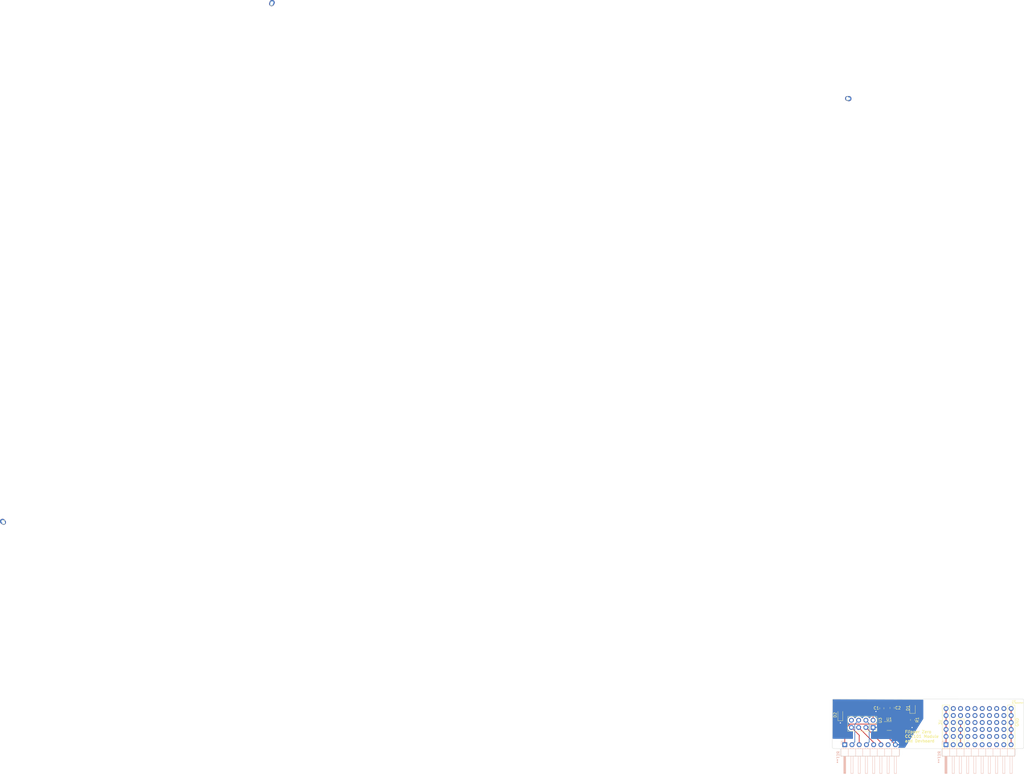
<source format=kicad_pcb>
(kicad_pcb (version 20221018) (generator pcbnew)
  (layers (0 "F.Cu" signal) (31 "B.Cu" signal) (34 "B.Paste" user) (35 "F.Paste" user) (36 "B.SilkS" user "B.Silkscreen") (37 "F.SilkS" user "F.Silkscreen") (38 "B.Mask" user) (39 "F.Mask" user) (44 "Edge.Cuts" user))
  (net 0 "")
  (net 1 "GND")
  (net 2 "VCC")
  (net 3 "Net-(D1-K)")
  (net 4 "/GDO0")
  (net 5 "/CSN")
  (net 6 "/SCK")
  (net 7 "/MOSI")
  (net 8 "/MISO")
  (footprint "Capacitor_SMD:C_0805_2012Metric_Pad1.18x1.45mm_HandSolder" (layer "F.Cu") (at 139.7136 94.0264 90)
    (fp_text reference "C2" (at 0 2.0752 180) (layer "F.SilkS"))
    (fp_text value "10uF" hide)
    (fp_line (start -0.261252 -0.735) (end 0.261252 -0.735) (stroke (width 0.12)) (layer "F.SilkS"))
    (fp_line (start -0.261252 0.735) (end 0.261252 0.735) (stroke (width 0.12)) (layer "F.SilkS"))
    (pad "1" smd roundrect (at -1.0375 0 90) (size 1.175 1.45) (layers "F.Cu" "F.Paste" "F.Mask") (roundrect_rratio 0.2127659574) (net 1 "GND"))
    (pad "2" smd roundrect (at 1.0375 0 90) (size 1.175 1.45) (layers "F.Cu" "F.Paste" "F.Mask") (roundrect_rratio 0.2127659574) (net 2 "VCC"))
  )
  (footprint "" (layer "F.Cu") (at 173.9136 101.5964)
    (fp_text reference "" (at 0 0) (layer "F.SilkS") (effects (font (size 1.27 1.27))))
    (fp_text value "" (at 0 0) (layer "F.SilkS") (effects (font (size 1.27 1.27))))
    (pad "" thru_hole oval (at 0 0 270) (size 1.7 1.7) (drill 1) (layers "*.Cu" "*.Mask"))
  )
  (footprint "" (layer "F.Cu") (at 158.6736 104.0464)
    (fp_text reference "" (at 0 0) (layer "F.SilkS") (effects (font (size 1.27 1.27))))
    (fp_text value "" (at 0 0) (layer "F.SilkS") (effects (font (size 1.27 1.27))))
    (pad "" thru_hole oval (at 0 0 270) (size 1.7 1.7) (drill 1) (layers "*.Cu" "*.Mask"))
  )
  (footprint "" (layer "F.Cu") (at 158.6736 99.1464)
    (fp_text reference "" (at 0 0) (layer "F.SilkS") (effects (font (size 1.27 1.27))))
    (fp_text value "" (at 0 0) (layer "F.SilkS") (effects (font (size 1.27 1.27))))
    (pad "" thru_hole oval (at 0 0 270) (size 1.7 1.7) (drill 1) (layers "*.Cu" "*.Mask"))
  )
  (footprint "" (layer "F.Cu") (at 176.4536 96.6964)
    (fp_text reference "" (at 0 0) (layer "F.SilkS") (effects (font (size 1.27 1.27))))
    (fp_text value "" (at 0 0) (layer "F.SilkS") (effects (font (size 1.27 1.27))))
    (pad "" thru_hole oval (at 0 0 270) (size 1.7 1.7) (drill 1) (layers "*.Cu" "*.Mask"))
  )
  (footprint "" (layer "F.Cu") (at 171.3736 104.0464)
    (fp_text reference "" (at 0 0) (layer "F.SilkS") (effects (font (size 1.27 1.27))))
    (fp_text value "" (at 0 0) (layer "F.SilkS") (effects (font (size 1.27 1.27))))
    (pad "" thru_hole oval (at 0 0 270) (size 1.7 1.7) (drill 1) (layers "*.Cu" "*.Mask"))
  )
  (footprint "" (layer "F.Cu") (at 158.6736 101.5964)
    (fp_text reference "" (at 0 0) (layer "F.SilkS") (effects (font (size 1.27 1.27))))
    (fp_text value "" (at 0 0) (layer "F.SilkS") (effects (font (size 1.27 1.27))))
    (pad "" thru_hole oval (at 0 0 270) (size 1.7 1.7) (drill 1) (layers "*.Cu" "*.Mask"))
  )
  (footprint "" (layer "F.Cu") (at 178.9936 99.1464)
    (fp_text reference "" (at 0 0) (layer "F.SilkS") (effects (font (size 1.27 1.27))))
    (fp_text value "" (at 0 0) (layer "F.SilkS") (effects (font (size 1.27 1.27))))
    (pad "" thru_hole oval (at 0 0 270) (size 1.7 1.7) (drill 1) (layers "*.Cu" "*.Mask"))
  )
  (footprint "" (layer "F.Cu") (at 176.4536 101.5964)
    (fp_text reference "" (at 0 0) (layer "F.SilkS") (effects (font (size 1.27 1.27))))
    (fp_text value "" (at 0 0) (layer "F.SilkS") (effects (font (size 1.27 1.27))))
    (pad "" thru_hole oval (at 0 0 270) (size 1.7 1.7) (drill 1) (layers "*.Cu" "*.Mask"))
  )
  (footprint "" (layer "F.Cu") (at 166.2936 99.1464)
    (fp_text reference "" (at 0 0) (layer "F.SilkS") (effects (font (size 1.27 1.27))))
    (fp_text value "" (at 0 0) (layer "F.SilkS") (effects (font (size 1.27 1.27))))
    (pad "" thru_hole oval (at 0 0 270) (size 1.7 1.7) (drill 1) (layers "*.Cu" "*.Mask"))
  )
  (footprint "" (layer "F.Cu") (at 166.2936 94.2464)
    (fp_text reference "" (at 0 0) (layer "F.SilkS") (effects (font (size 1.27 1.27))))
    (fp_text value "" (at 0 0) (layer "F.SilkS") (effects (font (size 1.27 1.27))))
    (pad "" thru_hole oval (at 0 0 270) (size 1.7 1.7) (drill 1) (layers "*.Cu" "*.Mask"))
  )
  (footprint "" (layer "F.Cu") (at 171.3736 96.6964)
    (fp_text reference "" (at 0 0) (layer "F.SilkS") (effects (font (size 1.27 1.27))))
    (fp_text value "" (at 0 0) (layer "F.SilkS") (effects (font (size 1.27 1.27))))
    (pad "" thru_hole oval (at 0 0 270) (size 1.7 1.7) (drill 1) (layers "*.Cu" "*.Mask"))
  )
  (footprint "" (layer "F.Cu") (at 166.2936 101.5964)
    (fp_text reference "" (at 0 0) (layer "F.SilkS") (effects (font (size 1.27 1.27))))
    (fp_text value "" (at 0 0) (layer "F.SilkS") (effects (font (size 1.27 1.27))))
    (pad "" thru_hole oval (at 0 0 270) (size 1.7 1.7) (drill 1) (layers "*.Cu" "*.Mask"))
  )
  (footprint "" (layer "F.Cu") (at 124.0649 -120.083457)
    (fp_text reference "1" (at 0 0) (layer "F.SilkS") (effects (font (size 1.27 1.27))))
    (fp_text value "" (at 0 0) (layer "F.SilkS") (effects (font (size 1.27 1.27))))
    (pad "" thru_hole oval (at 0 0 270) (size 1.7 1.7) (drill 1) (layers "*.Cu" "*.Mask"))
  )
  (footprint "" (layer "F.Cu") (at 161.2136 101.5964)
    (fp_text reference "" (at 0 0) (layer "F.SilkS") (effects (font (size 1.27 1.27))))
    (fp_text value "" (at 0 0) (layer "F.SilkS") (effects (font (size 1.27 1.27))))
    (pad "" thru_hole oval (at 0 0 270) (size 1.7 1.7) (drill 1) (layers "*.Cu" "*.Mask"))
  )
  (footprint "" (layer "F.Cu") (at 173.9136 99.1464)
    (fp_text reference "" (at 0 0) (layer "F.SilkS") (effects (font (size 1.27 1.27))))
    (fp_text value "" (at 0 0) (layer "F.SilkS") (effects (font (size 1.27 1.27))))
    (pad "" thru_hole oval (at 0 0 270) (size 1.7 1.7) (drill 1) (layers "*.Cu" "*.Mask"))
  )
  (footprint "" (layer "F.Cu") (at -172.446872 28.820941)
    (fp_text reference "3" (at 0 0) (layer "F.SilkS") (effects (font (size 1.27 1.27))))
    (fp_text value "" (at 0 0) (layer "F.SilkS") (effects (font (size 1.27 1.27))))
    (pad "" thru_hole oval (at 0 0 270) (size 1.7 1.7) (drill 1) (layers "*.Cu" "*.Mask"))
  )
  (footprint "" (layer "F.Cu") (at 176.4536 99.1464)
    (fp_text reference "" (at 0 0) (layer "F.SilkS") (effects (font (size 1.27 1.27))))
    (fp_text value "" (at 0 0) (layer "F.SilkS") (effects (font (size 1.27 1.27))))
    (pad "" thru_hole oval (at 0 0 270) (size 1.7 1.7) (drill 1) (layers "*.Cu" "*.Mask"))
  )
  (footprint "" (layer "F.Cu") (at 166.2936 96.6964)
    (fp_text reference "" (at 0 0) (layer "F.SilkS") (effects (font (size 1.27 1.27))))
    (fp_text value "" (at 0 0) (layer "F.SilkS") (effects (font (size 1.27 1.27))))
    (pad "" thru_hole oval (at 0 0 270) (size 1.7 1.7) (drill 1) (layers "*.Cu" "*.Mask"))
  )
  (footprint "" (layer "F.Cu") (at 161.2136 96.6964)
    (fp_text reference "" (at 0 0) (layer "F.SilkS") (effects (font (size 1.27 1.27))))
    (fp_text value "" (at 0 0) (layer "F.SilkS") (effects (font (size 1.27 1.27))))
    (pad "" thru_hole oval (at 0 0 270) (size 1.7 1.7) (drill 1) (layers "*.Cu" "*.Mask"))
  )
  (footprint "" (layer "F.Cu") (at 161.2136 104.0464)
    (fp_text reference "" (at 0 0) (layer "F.SilkS") (effects (font (size 1.27 1.27))))
    (fp_text value "" (at 0 0) (layer "F.SilkS") (effects (font (size 1.27 1.27))))
    (pad "" thru_hole oval (at 0 0 270) (size 1.7 1.7) (drill 1) (layers "*.Cu" "*.Mask"))
  )
  (footprint "" (layer "F.Cu") (at 173.9136 104.0464)
    (fp_text reference "" (at 0 0) (layer "F.SilkS") (effects (font (size 1.27 1.27))))
    (fp_text value "" (at 0 0) (layer "F.SilkS") (effects (font (size 1.27 1.27))))
    (pad "" thru_hole oval (at 0 0 270) (size 1.7 1.7) (drill 1) (layers "*.Cu" "*.Mask"))
  )
  (footprint "" (layer "F.Cu") (at 163.7536 96.6964)
    (fp_text reference "" (at 0 0) (layer "F.SilkS") (effects (font (size 1.27 1.27))))
    (fp_text value "" (at 0 0) (layer "F.SilkS") (effects (font (size 1.27 1.27))))
    (pad "" thru_hole oval (at 0 0 270) (size 1.7 1.7) (drill 1) (layers "*.Cu" "*.Mask"))
  )
  (footprint "" (layer "F.Cu") (at 181.5336 94.2464)
    (fp_text reference "" (at 0 0) (layer "F.SilkS") (effects (font (size 1.27 1.27))))
    (fp_text value "" (at 0 0) (layer "F.SilkS") (effects (font (size 1.27 1.27))))
    (pad "" thru_hole oval (at 0 0 270) (size 1.7 1.7) (drill 1) (layers "*.Cu" "*.Mask"))
  )
  (footprint "" (layer "F.Cu") (at 171.3736 99.1464)
    (fp_text reference "" (at 0 0) (layer "F.SilkS") (effects (font (size 1.27 1.27))))
    (fp_text value "" (at 0 0) (layer "F.SilkS") (effects (font (size 1.27 1.27))))
    (pad "" thru_hole oval (at 0 0 270) (size 1.7 1.7) (drill 1) (layers "*.Cu" "*.Mask"))
  )
  (footprint "" (layer "F.Cu") (at -78.283675 -153.345464)
    (fp_text reference "2" (at 0 0) (layer "F.SilkS") (effects (font (size 1.27 1.27))))
    (fp_text value "" (at 0 0) (layer "F.SilkS") (effects (font (size 1.27 1.27))))
    (pad "" thru_hole oval (at 0 0 270) (size 1.7 1.7) (drill 1) (layers "*.Cu" "*.Mask"))
  )
  (footprint "" (layer "F.Cu") (at 173.9136 94.2464)
    (fp_text reference "" (at 0 0) (layer "F.SilkS") (effects (font (size 1.27 1.27))))
    (fp_text value "" (at 0 0) (layer "F.SilkS") (effects (font (size 1.27 1.27))))
    (pad "" thru_hole oval (at 0 0 270) (size 1.7 1.7) (drill 1) (layers "*.Cu" "*.Mask"))
  )
  (footprint "" (layer "F.Cu") (at 163.7536 101.5964)
    (fp_text reference "" (at 0 0) (layer "F.SilkS") (effects (font (size 1.27 1.27))))
    (fp_text value "" (at 0 0) (layer "F.SilkS") (effects (font (size 1.27 1.27))))
    (pad "" thru_hole oval (at 0 0 270) (size 1.7 1.7) (drill 1) (layers "*.Cu" "*.Mask"))
  )
  (footprint "" (layer "F.Cu") (at 163.7536 99.1464)
    (fp_text reference "" (at 0 0) (layer "F.SilkS") (effects (font (size 1.27 1.27))))
    (fp_text value "" (at 0 0) (layer "F.SilkS") (effects (font (size 1.27 1.27))))
    (pad "" thru_hole oval (at 0 0 270) (size 1.7 1.7) (drill 1) (layers "*.Cu" "*.Mask"))
  )
  (footprint "" (layer "F.Cu") (at 168.8336 104.0464)
    (fp_text reference "" (at 0 0) (layer "F.SilkS") (effects (font (size 1.27 1.27))))
    (fp_text value "" (at 0 0) (layer "F.SilkS") (effects (font (size 1.27 1.27))))
    (pad "" thru_hole oval (at 0 0 270) (size 1.7 1.7) (drill 1) (layers "*.Cu" "*.Mask"))
  )
  (footprint "" (layer "F.Cu") (at 168.8336 99.1464)
    (fp_text reference "" (at 0 0) (layer "F.SilkS") (effects (font (size 1.27 1.27))))
    (fp_text value "" (at 0 0) (layer "F.SilkS") (effects (font (size 1.27 1.27))))
    (pad "" thru_hole oval (at 0 0 270) (size 1.7 1.7) (drill 1) (layers "*.Cu" "*.Mask"))
  )
  (footprint "" (layer "F.Cu") (at 171.3736 94.2464)
    (fp_text reference "" (at 0 0) (layer "F.SilkS") (effects (font (size 1.27 1.27))))
    (fp_text value "" (at 0 0) (layer "F.SilkS") (effects (font (size 1.27 1.27))))
    (pad "" thru_hole oval (at 0 0 270) (size 1.7 1.7) (drill 1) (layers "*.Cu" "*.Mask"))
  )
  (footprint "" (layer "F.Cu") (at 178.9936 96.6964)
    (fp_text reference "" (at 0 0) (layer "F.SilkS") (effects (font (size 1.27 1.27))))
    (fp_text value "" (at 0 0) (layer "F.SilkS") (effects (font (size 1.27 1.27))))
    (pad "" thru_hole oval (at 0 0 270) (size 1.7 1.7) (drill 1) (layers "*.Cu" "*.Mask"))
  )
  (footprint "" (layer "F.Cu") (at 161.2136 94.2464)
    (fp_text reference "" (at 0 0) (layer "F.SilkS") (effects (font (size 1.27 1.27))))
    (fp_text value "" (at 0 0) (layer "F.SilkS") (effects (font (size 1.27 1.27))))
    (pad "" thru_hole oval (at 0 0 270) (size 1.7 1.7) (drill 1) (layers "*.Cu" "*.Mask"))
  )
  (footprint "" (layer "F.Cu") (at 168.8336 94.2464)
    (fp_text reference "" (at 0 0) (layer "F.SilkS") (effects (font (size 1.27 1.27))))
    (fp_text value "" (at 0 0) (layer "F.SilkS") (effects (font (size 1.27 1.27))))
    (pad "" thru_hole oval (at 0 0 270) (size 1.7 1.7) (drill 1) (layers "*.Cu" "*.Mask"))
  )
  (footprint "" (layer "F.Cu") (at 168.8336 96.6964)
    (fp_text reference "" (at 0 0) (layer "F.SilkS") (effects (font (size 1.27 1.27))))
    (fp_text value "" (at 0 0) (layer "F.SilkS") (effects (font (size 1.27 1.27))))
    (pad "" thru_hole oval (at 0 0 270) (size 1.7 1.7) (drill 1) (layers "*.Cu" "*.Mask"))
  )
  (footprint "Package_TO_SOT_SMD:SOT-23-3" (layer "F.Cu") (at 138.69 100.3768)
    (fp_text reference "U1" (at 0 -2.4) (layer "F.SilkS"))
    (fp_text value "LF33CV")
    (fp_line (start 0 -1.56) (end -1.8 -1.56) (stroke (width 0.12)) (layer "F.SilkS"))
    (fp_line (start 0 -1.56) (end 0.8 -1.56) (stroke (width 0.12)) (layer "F.SilkS"))
    (fp_line (start 0 1.56) (end -0.8 1.56) (stroke (width 0.12)) (layer "F.SilkS"))
    (fp_line (start 0 1.56) (end 0.8 1.56) (stroke (width 0.12)) (layer "F.SilkS"))
    (pad "1" smd roundrect (at -1.1375 -0.95) (size 1.325 0.6) (layers "F.Cu" "F.Paste" "F.Mask") (net 2 "VCC"))
    (pad "2" smd roundrect (at -1.1375 0.95) (size 1.325 0.6) (layers "F.Cu" "F.Paste" "F.Mask") (net 1 "GND"))
    (pad "3" smd roundrect (at 1.1375 0) (size 1.325 0.6) (layers "F.Cu" "F.Paste" "F.Mask") (net 2 "VCC"))
  )
  (footprint "" (layer "F.Cu") (at 158.6736 94.2464)
    (fp_text reference "" (at 0 0) (layer "F.SilkS") (effects (font (size 1.27 1.27))))
    (fp_text value "" (at 0 0) (layer "F.SilkS") (effects (font (size 1.27 1.27))))
    (pad "" thru_hole oval (at 0 0 270) (size 1.7 1.7) (drill 1) (layers "*.Cu" "*.Mask"))
  )
  (footprint "Resistor_SMD:R_0805_2012Metric_Pad1.20x1.40mm_HandSolder" (layer "F.Cu") (at 146.9136 98.2264 -90)
    (fp_text reference "R1" (at 0 -1.65 90) (layer "F.SilkS"))
    (fp_text value "10 Ohms" hide)
    (fp_line (start -0.227064 -0.735) (end 0.227064 -0.735) (stroke (width 0.12)) (layer "F.SilkS"))
    (fp_line (start -0.227064 0.735) (end 0.227064 0.735) (stroke (width 0.12)) (layer "F.SilkS"))
    (pad "1" smd roundrect (at -1 0 270) (size 1.2 1.4) (layers "F.Cu" "F.Paste" "F.Mask") (roundrect_rratio 0.2083333333) (net 3 "Net-(D1-K)"))
    (pad "2" smd roundrect (at 1 0 270) (size 1.2 1.4) (layers "F.Cu" "F.Paste" "F.Mask") (roundrect_rratio 0.2083333333) (net 1 "GND"))
  )
  (footprint "" (layer "F.Cu") (at 163.7536 94.2464)
    (fp_text reference "" (at 0 0) (layer "F.SilkS") (effects (font (size 1.27 1.27))))
    (fp_text value "" (at 0 0) (layer "F.SilkS") (effects (font (size 1.27 1.27))))
    (pad "" thru_hole oval (at 0 0 270) (size 1.7 1.7) (drill 1) (layers "*.Cu" "*.Mask"))
  )
  (footprint "" (layer "F.Cu") (at 181.5336 99.1464)
    (fp_text reference "" (at 0 0) (layer "F.SilkS") (effects (font (size 1.27 1.27))))
    (fp_text value "" (at 0 0) (layer "F.SilkS") (effects (font (size 1.27 1.27))))
    (pad "" thru_hole oval (at 0 0 270) (size 1.7 1.7) (drill 1) (layers "*.Cu" "*.Mask"))
  )
  (footprint "" (layer "F.Cu") (at 158.6736 96.6964)
    (fp_text reference "" (at 0 0) (layer "F.SilkS") (effects (font (size 1.27 1.27))))
    (fp_text value "" (at 0 0) (layer "F.SilkS") (effects (font (size 1.27 1.27))))
    (pad "" thru_hole oval (at 0 0 270) (size 1.7 1.7) (drill 1) (layers "*.Cu" "*.Mask"))
  )
  (footprint "Capacitor_SMD:C_0805_2012Metric_Pad1.18x1.45mm_HandSolder" (layer "F.Cu") (at 136.1136 94.1639 90)
    (fp_text reference "C1" (at 0.0863 -1.9448 180) (layer "F.SilkS"))
    (fp_text value "0.1uF" hide)
    (fp_line (start -0.261252 -0.735) (end 0.261252 -0.735) (stroke (width 0.12)) (layer "F.SilkS"))
    (fp_line (start -0.261252 0.735) (end 0.261252 0.735) (stroke (width 0.12)) (layer "F.SilkS"))
    (pad "1" smd roundrect (at -1.0375 0 90) (size 1.175 1.45) (layers "F.Cu" "F.Paste" "F.Mask") (roundrect_rratio 0.2127659574) (net 1 "GND"))
    (pad "2" smd roundrect (at 1.0375 0 90) (size 1.175 1.45) (layers "F.Cu" "F.Paste" "F.Mask") (roundrect_rratio 0.2127659574) (net 2 "VCC"))
  )
  (footprint "" (layer "F.Cu") (at 178.9936 104.0464)
    (fp_text reference "" (at 0 0) (layer "F.SilkS") (effects (font (size 1.27 1.27))))
    (fp_text value "" (at 0 0) (layer "F.SilkS") (effects (font (size 1.27 1.27))))
    (pad "" thru_hole oval (at 0 0 270) (size 1.7 1.7) (drill 1) (layers "*.Cu" "*.Mask"))
  )
  (footprint "" (layer "F.Cu") (at 166.2936 104.0464)
    (fp_text reference "" (at 0 0) (layer "F.SilkS") (effects (font (size 1.27 1.27))))
    (fp_text value "" (at 0 0) (layer "F.SilkS") (effects (font (size 1.27 1.27))))
    (pad "" thru_hole oval (at 0 0 270) (size 1.7 1.7) (drill 1) (layers "*.Cu" "*.Mask"))
  )
  (footprint "Diode_SMD:D_SOD-323_HandSoldering" (layer "F.Cu") (at 121.5436 96.4964 90)
    (fp_text reference "D2" (at 0 -1.85 90) (layer "F.SilkS"))
    (fp_text value "Zener 3.6v" hide)
    (fp_line (start -2.01 -0.85) (end -2.01 0.85) (stroke (width 0.12)) (layer "F.SilkS"))
    (fp_line (start -2.01 -0.85) (end 1.25 -0.85) (stroke (width 0.12)) (layer "F.SilkS"))
    (fp_line (start -2.01 0.85) (end 1.25 0.85) (stroke (width 0.12)) (layer "F.SilkS"))
    (pad "1" smd roundrect (at -1.25 0 90) (size 1 1) (layers "F.Cu" "F.Paste" "F.Mask") (net 1 "GND"))
    (pad "2" smd roundrect (at 1.25 0 90) (size 1 1) (layers "F.Cu" "F.Paste" "F.Mask") (net 2 "VCC"))
  )
  (footprint "Connector_PinSocket_2.54mm:PinSocket_2x04_P2.54mm_Vertical" (layer "F.Cu") (at 133.0436 100.8864 -90)
    (fp_text reference "U3" (at -2.4908 -2.4968 90) (layer "F.SilkS"))
    (fp_text value "~" hide)
    (fp_line (start -3.87 -1.33) (end -3.87 8.95) (stroke (width 0.12)) (layer "F.SilkS"))
    (fp_line (start -3.87 -1.33) (end -1.27 -1.33) (stroke (width 0.12)) (layer "F.SilkS"))
    (fp_line (start -3.87 8.95) (end 1.33 8.95) (stroke (width 0.12)) (layer "F.SilkS"))
    (fp_line (start -1.27 -1.33) (end -1.27 1.27) (stroke (width 0.12)) (layer "F.SilkS"))
    (fp_line (start -1.27 1.27) (end 1.33 1.27) (stroke (width 0.12)) (layer "F.SilkS"))
    (fp_line (start 0 -1.33) (end 1.33 -1.33) (stroke (width 0.12)) (layer "F.SilkS"))
    (fp_line (start 1.33 -1.33) (end 1.33 0) (stroke (width 0.12)) (layer "F.SilkS"))
    (fp_line (start 1.33 1.27) (end 1.33 8.95) (stroke (width 0.12)) (layer "F.SilkS"))
    (pad "1" thru_hole rect (at 0 0 270) (size 1.7 1.7) (drill 1) (layers "*.Cu" "*.Mask") (net 1 "GND"))
    (pad "2" thru_hole oval (at -2.54 0 270) (size 1.7 1.7) (drill 1) (layers "*.Cu" "*.Mask") (net 2 "VCC"))
    (pad "3" thru_hole oval (at 0 2.54 270) (size 1.7 1.7) (drill 1) (layers "*.Cu" "*.Mask") (net 4 "/GDO0"))
    (pad "4" thru_hole oval (at -2.54 2.54 270) (size 1.7 1.7) (drill 1) (layers "*.Cu" "*.Mask") (net 5 "/CSN"))
    (pad "5" thru_hole oval (at 0 5.08 270) (size 1.7 1.7) (drill 1) (layers "*.Cu" "*.Mask") (net 6 "/SCK"))
    (pad "6" thru_hole oval (at -2.54 5.08 270) (size 1.7 1.7) (drill 1) (layers "*.Cu" "*.Mask") (net 7 "/MOSI"))
    (pad "7" thru_hole oval (at 0 7.62 270) (size 1.7 1.7) (drill 1) (layers "*.Cu" "*.Mask") (net 8 "/MISO"))
    (pad "8" thru_hole oval (at -2.54 7.62 270) (size 1.7 1.7) (drill 1) (layers "*.Cu" "*.Mask"))
  )
  (footprint "" (layer "F.Cu") (at 181.5336 104.0464)
    (fp_text reference "" (at 0 0) (layer "F.SilkS") (effects (font (size 1.27 1.27))))
    (fp_text value "" (at 0 0) (layer "F.SilkS") (effects (font (size 1.27 1.27))))
    (pad "" thru_hole oval (at 0 0 270) (size 1.7 1.7) (drill 1) (layers "*.Cu" "*.Mask"))
  )
  (footprint "" (layer "F.Cu") (at 181.5336 96.6964)
    (fp_text reference "" (at 0 0) (layer "F.SilkS") (effects (font (size 1.27 1.27))))
    (fp_text value "" (at 0 0) (layer "F.SilkS") (effects (font (size 1.27 1.27))))
    (pad "" thru_hole oval (at 0 0 270) (size 1.7 1.7) (drill 1) (layers "*.Cu" "*.Mask"))
  )
  (footprint "" (layer "F.Cu") (at 176.4536 94.2464)
    (fp_text reference "" (at 0 0) (layer "F.SilkS") (effects (font (size 1.27 1.27))))
    (fp_text value "" (at 0 0) (layer "F.SilkS") (effects (font (size 1.27 1.27))))
    (pad "" thru_hole oval (at 0 0 270) (size 1.7 1.7) (drill 1) (layers "*.Cu" "*.Mask"))
  )
  (footprint "" (layer "F.Cu") (at 178.9936 101.5964)
    (fp_text reference "" (at 0 0) (layer "F.SilkS") (effects (font (size 1.27 1.27))))
    (fp_text value "" (at 0 0) (layer "F.SilkS") (effects (font (size 1.27 1.27))))
    (pad "" thru_hole oval (at 0 0 270) (size 1.7 1.7) (drill 1) (layers "*.Cu" "*.Mask"))
  )
  (footprint "" (layer "F.Cu") (at 161.2136 99.1464)
    (fp_text reference "" (at 0 0) (layer "F.SilkS") (effects (font (size 1.27 1.27))))
    (fp_text value "" (at 0 0) (layer "F.SilkS") (effects (font (size 1.27 1.27))))
    (pad "" thru_hole oval (at 0 0 270) (size 1.7 1.7) (drill 1) (layers "*.Cu" "*.Mask"))
  )
  (footprint "" (layer "F.Cu") (at 168.8336 101.5964)
    (fp_text reference "" (at 0 0) (layer "F.SilkS") (effects (font (size 1.27 1.27))))
    (fp_text value "" (at 0 0) (layer "F.SilkS") (effects (font (size 1.27 1.27))))
    (pad "" thru_hole oval (at 0 0 270) (size 1.7 1.7) (drill 1) (layers "*.Cu" "*.Mask"))
  )
  (footprint "" (layer "F.Cu") (at 181.5336 101.5964)
    (fp_text reference "" (at 0 0) (layer "F.SilkS") (effects (font (size 1.27 1.27))))
    (fp_text value "" (at 0 0) (layer "F.SilkS") (effects (font (size 1.27 1.27))))
    (pad "" thru_hole oval (at 0 0 270) (size 1.7 1.7) (drill 1) (layers "*.Cu" "*.Mask"))
  )
  (footprint "" (layer "F.Cu") (at 178.9936 94.2464)
    (fp_text reference "" (at 0 0) (layer "F.SilkS") (effects (font (size 1.27 1.27))))
    (fp_text value "" (at 0 0) (layer "F.SilkS") (effects (font (size 1.27 1.27))))
    (pad "" thru_hole oval (at 0 0 270) (size 1.7 1.7) (drill 1) (layers "*.Cu" "*.Mask"))
  )
  (footprint "" (layer "F.Cu") (at 176.4536 104.0464)
    (fp_text reference "" (at 0 0) (layer "F.SilkS") (effects (font (size 1.27 1.27))))
    (fp_text value "" (at 0 0) (layer "F.SilkS") (effects (font (size 1.27 1.27))))
    (pad "" thru_hole oval (at 0 0 270) (size 1.7 1.7) (drill 1) (layers "*.Cu" "*.Mask"))
  )
  (footprint "" (layer "F.Cu") (at 171.3736 101.5964)
    (fp_text reference "" (at 0 0) (layer "F.SilkS") (effects (font (size 1.27 1.27))))
    (fp_text value "" (at 0 0) (layer "F.SilkS") (effects (font (size 1.27 1.27))))
    (pad "" thru_hole oval (at 0 0 270) (size 1.7 1.7) (drill 1) (layers "*.Cu" "*.Mask"))
  )
  (footprint "LED_SMD:LED_0805_2012Metric_Pad1.15x1.40mm_HandSolder" (layer "F.Cu") (at 146.9136 94.1014 90)
    (fp_text reference "D1" (at 0 -1.65 90) (layer "F.SilkS"))
    (fp_text value "LED" hide)
    (fp_line (start -1.86 -0.96) (end -1.86 0.96) (stroke (width 0.12)) (layer "F.SilkS"))
    (fp_line (start -1.86 0.96) (end 1 0.96) (stroke (width 0.12)) (layer "F.SilkS"))
    (fp_line (start 1 -0.96) (end -1.86 -0.96) (stroke (width 0.12)) (layer "F.SilkS"))
    (pad "1" smd roundrect (at -1.025 0 90) (size 1.15 1.4) (layers "F.Cu" "F.Paste" "F.Mask") (roundrect_rratio 0.2173913043) (net 3 "Net-(D1-K)"))
    (pad "2" smd roundrect (at 1.025 0 90) (size 1.15 1.4) (layers "F.Cu" "F.Paste" "F.Mask") (roundrect_rratio 0.2173913043) (net 2 "VCC"))
  )
  (footprint "" (layer "F.Cu") (at 173.9136 96.6964)
    (fp_text reference "" (at 0 0) (layer "F.SilkS") (effects (font (size 1.27 1.27))))
    (fp_text value "" (at 0 0) (layer "F.SilkS") (effects (font (size 1.27 1.27))))
    (pad "" thru_hole oval (at 0 0 270) (size 1.7 1.7) (drill 1) (layers "*.Cu" "*.Mask"))
  )
  (footprint "" (layer "F.Cu") (at 163.7536 104.0464)
    (fp_text reference "" (at 0 0) (layer "F.SilkS") (effects (font (size 1.27 1.27))))
    (fp_text value "" (at 0 0) (layer "F.SilkS") (effects (font (size 1.27 1.27))))
    (pad "" thru_hole oval (at 0 0 270) (size 1.7 1.7) (drill 1) (layers "*.Cu" "*.Mask"))
  )
  (footprint "Connector_PinHeader_2.54mm:PinHeader_1x10_P2.54mm_Horizontal" (layer "B.Cu") (at 158.6436 106.9464 -90)
    (fp_text reference "REF**" (at 4.385 2.27 90) (layer "B.SilkS") (effects (justify mirror)))
    (fp_text value "PinHeader_1x10_P2.54mm_Horizontal" hide)
    (fp_line (start -1.27 0) (end -1.27 1.27) (stroke (width 0.12)) (layer "B.SilkS"))
    (fp_line (start -1.27 1.27) (end 0 1.27) (stroke (width 0.12)) (layer "B.SilkS"))
    (fp_line (start 1.042929 -23.24) (end 1.44 -23.24) (stroke (width 0.12)) (layer "B.SilkS"))
    (fp_line (start 1.042929 -22.48) (end 1.44 -22.48) (stroke (width 0.12)) (layer "B.SilkS"))
    (fp_line (start 1.042929 -20.7) (end 1.44 -20.7) (stroke (width 0.12)) (layer "B.SilkS"))
    (fp_line (start 1.042929 -19.94) (end 1.44 -19.94) (stroke (width 0.12)) (layer "B.SilkS"))
    (fp_line (start 1.042929 -18.16) (end 1.44 -18.16) (stroke (width 0.12)) (layer "B.SilkS"))
    (fp_line (start 1.042929 -17.4) (end 1.44 -17.4) (stroke (width 0.12)) (layer "B.SilkS"))
    (fp_line (start 1.042929 -15.62) (end 1.44 -15.62) (stroke (width 0.12)) (layer "B.SilkS"))
    (fp_line (start 1.042929 -14.86) (end 1.44 -14.86) (stroke (width 0.12)) (layer "B.SilkS"))
    (fp_line (start 1.042929 -13.08) (end 1.44 -13.08) (stroke (width 0.12)) (layer "B.SilkS"))
    (fp_line (start 1.042929 -12.32) (end 1.44 -12.32) (stroke (width 0.12)) (layer "B.SilkS"))
    (fp_line (start 1.042929 -10.54) (end 1.44 -10.54) (stroke (width 0.12)) (layer "B.SilkS"))
    (fp_line (start 1.042929 -9.78) (end 1.44 -9.78) (stroke (width 0.12)) (layer "B.SilkS"))
    (fp_line (start 1.042929 -8) (end 1.44 -8) (stroke (width 0.12)) (layer "B.SilkS"))
    (fp_line (start 1.042929 -7.24) (end 1.44 -7.24) (stroke (width 0.12)) (layer "B.SilkS"))
    (fp_line (start 1.042929 -5.46) (end 1.44 -5.46) (stroke (width 0.12)) (layer "B.SilkS"))
    (fp_line (start 1.042929 -4.7) (end 1.44 -4.7) (stroke (width 0.12)) (layer "B.SilkS"))
    (fp_line (start 1.042929 -2.92) (end 1.44 -2.92) (stroke (width 0.12)) (layer "B.SilkS"))
    (fp_line (start 1.042929 -2.16) (end 1.44 -2.16) (stroke (width 0.12)) (layer "B.SilkS"))
    (fp_line (start 1.11 -0.38) (end 1.44 -0.38) (stroke (width 0.12)) (layer "B.SilkS"))
    (fp_line (start 1.11 0.38) (end 1.44 0.38) (stroke (width 0.12)) (layer "B.SilkS"))
    (fp_line (start 1.44 -24.19) (end 4.1 -24.19) (stroke (width 0.12)) (layer "B.SilkS"))
    (fp_line (start 1.44 -21.59) (end 4.1 -21.59) (stroke (width 0.12)) (layer "B.SilkS"))
    (fp_line (start 1.44 -19.05) (end 4.1 -19.05) (stroke (width 0.12)) (layer "B.SilkS"))
    (fp_line (start 1.44 -16.51) (end 4.1 -16.51) (stroke (width 0.12)) (layer "B.SilkS"))
    (fp_line (start 1.44 -13.97) (end 4.1 -13.97) (stroke (width 0.12)) (layer "B.SilkS"))
    (fp_line (start 1.44 -11.43) (end 4.1 -11.43) (stroke (width 0.12)) (layer "B.SilkS"))
    (fp_line (start 1.44 -8.89) (end 4.1 -8.89) (stroke (width 0.12)) (layer "B.SilkS"))
    (fp_line (start 1.44 -6.35) (end 4.1 -6.35) (stroke (width 0.12)) (layer "B.SilkS"))
    (fp_line (start 1.44 -3.81) (end 4.1 -3.81) (stroke (width 0.12)) (layer "B.SilkS"))
    (fp_line (start 1.44 -1.27) (end 4.1 -1.27) (stroke (width 0.12)) (layer "B.SilkS"))
    (fp_line (start 1.44 1.33) (end 1.44 -24.19) (stroke (width 0.12)) (layer "B.SilkS"))
    (fp_line (start 4.1 -24.19) (end 4.1 1.33) (stroke (width 0.12)) (layer "B.SilkS"))
    (fp_line (start 4.1 -22.48) (end 10.1 -22.48) (stroke (width 0.12)) (layer "B.SilkS"))
    (fp_line (start 4.1 -19.94) (end 10.1 -19.94) (stroke (width 0.12)) (layer "B.SilkS"))
    (fp_line (start 4.1 -17.4) (end 10.1 -17.4) (stroke (width 0.12)) (layer "B.SilkS"))
    (fp_line (start 4.1 -14.86) (end 10.1 -14.86) (stroke (width 0.12)) (layer "B.SilkS"))
    (fp_line (start 4.1 -12.32) (end 10.1 -12.32) (stroke (width 0.12)) (layer "B.SilkS"))
    (fp_line (start 4.1 -9.78) (end 10.1 -9.78) (stroke (width 0.12)) (layer "B.SilkS"))
    (fp_line (start 4.1 -7.24) (end 10.1 -7.24) (stroke (width 0.12)) (layer "B.SilkS"))
    (fp_line (start 4.1 -4.7) (end 10.1 -4.7) (stroke (width 0.12)) (layer "B.SilkS"))
    (fp_line (start 4.1 -2.16) (end 10.1 -2.16) (stroke (width 0.12)) (layer "B.SilkS"))
    (fp_line (start 4.1 -0.28) (end 10.1 -0.28) (stroke (width 0.12)) (layer "B.SilkS"))
    (fp_line (start 4.1 -0.16) (end 10.1 -0.16) (stroke (width 0.12)) (layer "B.SilkS"))
    (fp_line (start 4.1 -0.04) (end 10.1 -0.04) (stroke (width 0.12)) (layer "B.SilkS"))
    (fp_line (start 4.1 0.08) (end 10.1 0.08) (stroke (width 0.12)) (layer "B.SilkS"))
    (fp_line (start 4.1 0.2) (end 10.1 0.2) (stroke (width 0.12)) (layer "B.SilkS"))
    (fp_line (start 4.1 0.32) (end 10.1 0.32) (stroke (width 0.12)) (layer "B.SilkS"))
    (fp_line (start 4.1 0.38) (end 10.1 0.38) (stroke (width 0.12)) (layer "B.SilkS"))
    (fp_line (start 4.1 1.33) (end 1.44 1.33) (stroke (width 0.12)) (layer "B.SilkS"))
    (fp_line (start 10.1 -23.24) (end 4.1 -23.24) (stroke (width 0.12)) (layer "B.SilkS"))
    (fp_line (start 10.1 -22.48) (end 10.1 -23.24) (stroke (width 0.12)) (layer "B.SilkS"))
    (fp_line (start 10.1 -20.7) (end 4.1 -20.7) (stroke (width 0.12)) (layer "B.SilkS"))
    (fp_line (start 10.1 -19.94) (end 10.1 -20.7) (stroke (width 0.12)) (layer "B.SilkS"))
    (fp_line (start 10.1 -18.16) (end 4.1 -18.16) (stroke (width 0.12)) (layer "B.SilkS"))
    (fp_line (start 10.1 -17.4) (end 10.1 -18.16) (stroke (width 0.12)) (layer "B.SilkS"))
    (fp_line (start 10.1 -15.62) (end 4.1 -15.62) (stroke (width 0.12)) (layer "B.SilkS"))
    (fp_line (start 10.1 -14.86) (end 10.1 -15.62) (stroke (width 0.12)) (layer "B.SilkS"))
    (fp_line (start 10.1 -13.08) (end 4.1 -13.08) (stroke (width 0.12)) (layer "B.SilkS"))
    (fp_line (start 10.1 -12.32) (end 10.1 -13.08) (stroke (width 0.12)) (layer "B.SilkS"))
    (fp_line (start 10.1 -10.54) (end 4.1 -10.54) (stroke (width 0.12)) (layer "B.SilkS"))
    (fp_line (start 10.1 -9.78) (end 10.1 -10.54) (stroke (width 0.12)) (layer "B.SilkS"))
    (fp_line (start 10.1 -8) (end 4.1 -8) (stroke (width 0.12)) (layer "B.SilkS"))
    (fp_line (start 10.1 -7.24) (end 10.1 -8) (stroke (width 0.12)) (layer "B.SilkS"))
    (fp_line (start 10.1 -5.46) (end 4.1 -5.46) (stroke (width 0.12)) (layer "B.SilkS"))
    (fp_line (start 10.1 -4.7) (end 10.1 -5.46) (stroke (width 0.12)) (layer "B.SilkS"))
    (fp_line (start 10.1 -2.92) (end 4.1 -2.92) (stroke (width 0.12)) (layer "B.SilkS"))
    (fp_line (start 10.1 -2.16) (end 10.1 -2.92) (stroke (width 0.12)) (layer "B.SilkS"))
    (fp_line (start 10.1 -0.38) (end 4.1 -0.38) (stroke (width 0.12)) (layer "B.SilkS"))
    (fp_line (start 10.1 0.38) (end 10.1 -0.38) (stroke (width 0.12)) (layer "B.SilkS"))
    (pad "1" thru_hole rect (at 0 0 270) (size 1.7 1.7) (drill 1) (layers "*.Cu" "*.Mask"))
    (pad "2" thru_hole oval (at 0 -2.54 270) (size 1.7 1.7) (drill 1) (layers "*.Cu" "*.Mask"))
    (pad "3" thru_hole oval (at 0 -5.08 270) (size 1.7 1.7) (drill 1) (layers "*.Cu" "*.Mask"))
    (pad "4" thru_hole oval (at 0 -7.62 270) (size 1.7 1.7) (drill 1) (layers "*.Cu" "*.Mask"))
    (pad "5" thru_hole oval (at 0 -10.16 270) (size 1.7 1.7) (drill 1) (layers "*.Cu" "*.Mask"))
    (pad "6" thru_hole oval (at 0 -12.7 270) (size 1.7 1.7) (drill 1) (layers "*.Cu" "*.Mask"))
    (pad "7" thru_hole oval (at 0 -15.24 270) (size 1.7 1.7) (drill 1) (layers "*.Cu" "*.Mask"))
    (pad "8" thru_hole oval (at 0 -17.78 270) (size 1.7 1.7) (drill 1) (layers "*.Cu" "*.Mask"))
    (pad "9" thru_hole oval (at 0 -20.32 270) (size 1.7 1.7) (drill 1) (layers "*.Cu" "*.Mask"))
    (pad "10" thru_hole oval (at 0 -22.86 270) (size 1.7 1.7) (drill 1) (layers "*.Cu" "*.Mask"))
  )
  (footprint "Connector_PinHeader_2.54mm:PinHeader_1x08_P2.54mm_Horizontal" (layer "B.Cu") (at 123.0836 106.9464 -90)
    (fp_text reference "REF**" (at 4.385 2.27 90) (layer "B.SilkS") (effects (justify mirror)))
    (fp_text value "PinHeader_1x08_P2.54mm_Horizontal" hide)
    (fp_line (start -1.27 0) (end -1.27 1.27) (stroke (width 0.12)) (layer "B.SilkS"))
    (fp_line (start -1.27 1.27) (end 0 1.27) (stroke (width 0.12)) (layer "B.SilkS"))
    (fp_line (start 1.042929 -18.16) (end 1.44 -18.16) (stroke (width 0.12)) (layer "B.SilkS"))
    (fp_line (start 1.042929 -17.4) (end 1.44 -17.4) (stroke (width 0.12)) (layer "B.SilkS"))
    (fp_line (start 1.042929 -15.62) (end 1.44 -15.62) (stroke (width 0.12)) (layer "B.SilkS"))
    (fp_line (start 1.042929 -14.86) (end 1.44 -14.86) (stroke (width 0.12)) (layer "B.SilkS"))
    (fp_line (start 1.042929 -13.08) (end 1.44 -13.08) (stroke (width 0.12)) (layer "B.SilkS"))
    (fp_line (start 1.042929 -12.32) (end 1.44 -12.32) (stroke (width 0.12)) (layer "B.SilkS"))
    (fp_line (start 1.042929 -10.54) (end 1.44 -10.54) (stroke (width 0.12)) (layer "B.SilkS"))
    (fp_line (start 1.042929 -9.78) (end 1.44 -9.78) (stroke (width 0.12)) (layer "B.SilkS"))
    (fp_line (start 1.042929 -8) (end 1.44 -8) (stroke (width 0.12)) (layer "B.SilkS"))
    (fp_line (start 1.042929 -7.24) (end 1.44 -7.24) (stroke (width 0.12)) (layer "B.SilkS"))
    (fp_line (start 1.042929 -5.46) (end 1.44 -5.46) (stroke (width 0.12)) (layer "B.SilkS"))
    (fp_line (start 1.042929 -4.7) (end 1.44 -4.7) (stroke (width 0.12)) (layer "B.SilkS"))
    (fp_line (start 1.042929 -2.92) (end 1.44 -2.92) (stroke (width 0.12)) (layer "B.SilkS"))
    (fp_line (start 1.042929 -2.16) (end 1.44 -2.16) (stroke (width 0.12)) (layer "B.SilkS"))
    (fp_line (start 1.11 -0.38) (end 1.44 -0.38) (stroke (width 0.12)) (layer "B.SilkS"))
    (fp_line (start 1.11 0.38) (end 1.44 0.38) (stroke (width 0.12)) (layer "B.SilkS"))
    (fp_line (start 1.44 -19.11) (end 4.1 -19.11) (stroke (width 0.12)) (layer "B.SilkS"))
    (fp_line (start 1.44 -16.51) (end 4.1 -16.51) (stroke (width 0.12)) (layer "B.SilkS"))
    (fp_line (start 1.44 -13.97) (end 4.1 -13.97) (stroke (width 0.12)) (layer "B.SilkS"))
    (fp_line (start 1.44 -11.43) (end 4.1 -11.43) (stroke (width 0.12)) (layer "B.SilkS"))
    (fp_line (start 1.44 -8.89) (end 4.1 -8.89) (stroke (width 0.12)) (layer "B.SilkS"))
    (fp_line (start 1.44 -6.35) (end 4.1 -6.35) (stroke (width 0.12)) (layer "B.SilkS"))
    (fp_line (start 1.44 -3.81) (end 4.1 -3.81) (stroke (width 0.12)) (layer "B.SilkS"))
    (fp_line (start 1.44 -1.27) (end 4.1 -1.27) (stroke (width 0.12)) (layer "B.SilkS"))
    (fp_line (start 1.44 1.33) (end 1.44 -19.11) (stroke (width 0.12)) (layer "B.SilkS"))
    (fp_line (start 4.1 -19.11) (end 4.1 1.33) (stroke (width 0.12)) (layer "B.SilkS"))
    (fp_line (start 4.1 -17.4) (end 10.1 -17.4) (stroke (width 0.12)) (layer "B.SilkS"))
    (fp_line (start 4.1 -14.86) (end 10.1 -14.86) (stroke (width 0.12)) (layer "B.SilkS"))
    (fp_line (start 4.1 -12.32) (end 10.1 -12.32) (stroke (width 0.12)) (layer "B.SilkS"))
    (fp_line (start 4.1 -9.78) (end 10.1 -9.78) (stroke (width 0.12)) (layer "B.SilkS"))
    (fp_line (start 4.1 -7.24) (end 10.1 -7.24) (stroke (width 0.12)) (layer "B.SilkS"))
    (fp_line (start 4.1 -4.7) (end 10.1 -4.7) (stroke (width 0.12)) (layer "B.SilkS"))
    (fp_line (start 4.1 -2.16) (end 10.1 -2.16) (stroke (width 0.12)) (layer "B.SilkS"))
    (fp_line (start 4.1 -0.28) (end 10.1 -0.28) (stroke (width 0.12)) (layer "B.SilkS"))
    (fp_line (start 4.1 -0.16) (end 10.1 -0.16) (stroke (width 0.12)) (layer "B.SilkS"))
    (fp_line (start 4.1 -0.04) (end 10.1 -0.04) (stroke (width 0.12)) (layer "B.SilkS"))
    (fp_line (start 4.1 0.08) (end 10.1 0.08) (stroke (width 0.12)) (layer "B.SilkS"))
    (fp_line (start 4.1 0.2) (end 10.1 0.2) (stroke (width 0.12)) (layer "B.SilkS"))
    (fp_line (start 4.1 0.32) (end 10.1 0.32) (stroke (width 0.12)) (layer "B.SilkS"))
    (fp_line (start 4.1 0.38) (end 10.1 0.38) (stroke (width 0.12)) (layer "B.SilkS"))
    (fp_line (start 4.1 1.33) (end 1.44 1.33) (stroke (width 0.12)) (layer "B.SilkS"))
    (fp_line (start 10.1 -18.16) (end 4.1 -18.16) (stroke (width 0.12)) (layer "B.SilkS"))
    (fp_line (start 10.1 -17.4) (end 10.1 -18.16) (stroke (width 0.12)) (layer "B.SilkS"))
    (fp_line (start 10.1 -15.62) (end 4.1 -15.62) (stroke (width 0.12)) (layer "B.SilkS"))
    (fp_line (start 10.1 -14.86) (end 10.1 -15.62) (stroke (width 0.12)) (layer "B.SilkS"))
    (fp_line (start 10.1 -13.08) (end 4.1 -13.08) (stroke (width 0.12)) (layer "B.SilkS"))
    (fp_line (start 10.1 -12.32) (end 10.1 -13.08) (stroke (width 0.12)) (layer "B.SilkS"))
    (fp_line (start 10.1 -10.54) (end 4.1 -10.54) (stroke (width 0.12)) (layer "B.SilkS"))
    (fp_line (start 10.1 -9.78) (end 10.1 -10.54) (stroke (width 0.12)) (layer "B.SilkS"))
    (fp_line (start 10.1 -8) (end 4.1 -8) (stroke (width 0.12)) (layer "B.SilkS"))
    (fp_line (start 10.1 -7.24) (end 10.1 -8) (stroke (width 0.12)) (layer "B.SilkS"))
    (fp_line (start 10.1 -5.46) (end 4.1 -5.46) (stroke (width 0.12)) (layer "B.SilkS"))
    (fp_line (start 10.1 -4.7) (end 10.1 -5.46) (stroke (width 0.12)) (layer "B.SilkS"))
    (fp_line (start 10.1 -2.92) (end 4.1 -2.92) (stroke (width 0.12)) (layer "B.SilkS"))
    (fp_line (start 10.1 -2.16) (end 10.1 -2.92) (stroke (width 0.12)) (layer "B.SilkS"))
    (fp_line (start 10.1 -0.38) (end 4.1 -0.38) (stroke (width 0.12)) (layer "B.SilkS"))
    (fp_line (start 10.1 0.38) (end 10.1 -0.38) (stroke (width 0.12)) (layer "B.SilkS"))
    (pad "1" thru_hole rect (at 0 0 270) (size 1.7 1.7) (drill 1) (layers "*.Cu" "*.Mask") (net 2 "VCC"))
    (pad "2" thru_hole oval (at 0 -2.54 270) (size 1.7 1.7) (drill 1) (layers "*.Cu" "*.Mask") (net 7 "/MOSI"))
    (pad "3" thru_hole oval (at 0 -5.08 270) (size 1.7 1.7) (drill 1) (layers "*.Cu" "*.Mask") (net 8 "/MISO"))
    (pad "4" thru_hole oval (at 0 -7.62 270) (size 1.7 1.7) (drill 1) (layers "*.Cu" "*.Mask") (net 5 "/CSN"))
    (pad "5" thru_hole oval (at 0 -10.16 270) (size 1.7 1.7) (drill 1) (layers "*.Cu" "*.Mask") (net 6 "/SCK"))
    (pad "6" thru_hole oval (at 0 -12.7 270) (size 1.7 1.7) (drill 1) (layers "*.Cu" "*.Mask") (net 4 "/GDO0"))
    (pad "7" thru_hole oval (at 0 -15.24 270) (size 1.7 1.7) (drill 1) (layers "*.Cu" "*.Mask"))
    (pad "8" thru_hole oval (at 0 -17.78 270) (size 1.7 1.7) (drill 1) (layers "*.Cu" "*.Mask") (net 1 "GND"))
  )
  (gr_rect (start 180.2952 93.0108) (end 182.8636 108.3864) (stroke (width 0.15)) (fill none) (layer "F.SilkS"))
  (gr_rect (start 157.3436 93.0108) (end 159.9752 108.3864) (stroke (width 0.15)) (fill none) (layer "F.SilkS"))
  (gr_rect (start 162.5152 97.8876) (end 165.0236 108.3864) (stroke (width 0.15)) (fill none) (layer "F.SilkS"))
  (gr_line (start 186.0036 91.396252) (end 186.0036 107.7964) (stroke (width 0.1)) (layer "Edge.Cuts"))
  (gr_arc (start 186.0036 107.7964) (mid 185.857153 108.149953) (end 185.5036 108.2964) (stroke (width 0.1)) (layer "Edge.Cuts"))
  (gr_arc (start 157.723794 110.906206) (mid 157.370113 110.759828) (end 157.2236 110.406206) (stroke (width 0.1)) (layer "Edge.Cuts"))
  (gr_line (start 118.6636 91.376549) (end 118.6636 107.783022) (stroke (width 0.1)) (layer "Edge.Cuts"))
  (gr_line (start 141.863842 110.906641) (end 122.163842 110.916158) (stroke (width 0.1)) (layer "Edge.Cuts"))
  (gr_arc (start 121.170266 108.309822) (mid 121.519511 108.458588) (end 121.6636 108.809778) (stroke (width 0.1)) (layer "Edge.Cuts"))
  (gr_line (start 156.7236 108.3064) (end 142.8636 108.3064) (stroke (width 0.1)) (layer "Edge.Cuts"))
  (gr_line (start 157.2236 110.406206) (end 157.2236 108.8064) (stroke (width 0.1)) (layer "Edge.Cuts"))
  (gr_line (start 121.6636 110.416158) (end 121.6636 108.809778) (stroke (width 0.1)) (layer "Edge.Cuts"))
  (gr_arc (start 183.0036 110.396594) (mid 182.857224 110.750083) (end 182.503794 110.896594) (stroke (width 0.1)) (layer "Edge.Cuts"))
  (gr_line (start 142.3636 108.8064) (end 142.3636 110.406641) (stroke (width 0.1)) (layer "Edge.Cuts"))
  (gr_line (start 182.503794 110.896594) (end 157.723794 110.906206) (stroke (width 0.1)) (layer "Edge.Cuts"))
  (gr_arc (start 142.3636 110.406641) (mid 142.217231 110.760118) (end 141.863842 110.906641) (stroke (width 0.1)) (layer "Edge.Cuts"))
  (gr_arc (start 119.156934 108.282978) (mid 118.807689 108.134212) (end 118.6636 107.783022) (stroke (width 0.1)) (layer "Edge.Cuts"))
  (gr_line (start 119.163749 90.876549) (end 185.503749 90.896252) (stroke (width 0.1)) (layer "Edge.Cuts"))
  (gr_arc (start 122.163842 110.916158) (mid 121.810147 110.769794) (end 121.6636 110.416158) (stroke (width 0.1)) (layer "Edge.Cuts"))
  (gr_arc (start 156.7236 108.3064) (mid 157.077153 108.452847) (end 157.2236 108.8064) (stroke (width 0.1)) (layer "Edge.Cuts"))
  (gr_line (start 185.5036 108.2964) (end 183.5036 108.2964) (stroke (width 0.1)) (layer "Edge.Cuts"))
  (gr_arc (start 142.3636 108.8064) (mid 142.510047 108.452847) (end 142.8636 108.3064) (stroke (width 0.1)) (layer "Edge.Cuts"))
  (gr_arc (start 185.503749 90.896252) (mid 185.857188 91.042754) (end 186.0036 91.396252) (stroke (width 0.1)) (layer "Edge.Cuts"))
  (gr_line (start 121.170266 108.309822) (end 119.156934 108.282978) (stroke (width 0.1)) (layer "Edge.Cuts"))
  (gr_arc (start 118.6636 91.376549) (mid 118.810082 91.022911) (end 119.163749 90.876549) (stroke (width 0.1)) (layer "Edge.Cuts"))
  (gr_arc (start 183.0036 108.7964) (mid 183.150047 108.442847) (end 183.5036 108.2964) (stroke (width 0.1)) (layer "Edge.Cuts"))
  (gr_line (start 183.0036 108.7964) (end 183.0036 110.396594) (stroke (width 0.1)) (layer "Edge.Cuts"))
  (gr_text "TX" (at 168.5096 105.8124) (layer "F.SilkS") (effects (font (size 0.4 0.4) (thickness 0.05)) (justify left bottom)))
  (gr_text "SWC" (at 160.6356 105.8124) (layer "F.SilkS") (effects (font (size 0.4 0.4) (thickness 0.05)) (justify left bottom)))
  (gr_text "RX" (at 170.9988 105.8124) (layer "F.SilkS") (effects (font (size 0.4 0.4) (thickness 0.05)) (justify left bottom)))
  (gr_text "Flipper Zero\nCC1101 Module\nand Devboard" (at 144.1256 106.2188) (layer "F.SilkS") (effects (font (size 1 1) (thickness 0.2) bold) (justify left bottom)))
  (gr_text "v1.0\nby 5paceman" (at 181.7176 92.452) (layer "F.SilkS") (effects (font (size 0.4 0.4) (thickness 0.1) bold) (justify left bottom)))
  (gr_text "GND" (at 184.2576 100.6816 90) (layer "F.SilkS") (effects (font (size 1 1)) (justify left bottom)))
  (gr_text "C1" (at 173.5388 105.8124) (layer "F.SilkS") (effects (font (size 0.4 0.4) (thickness 0.05)) (justify left bottom)))
  (gr_text "1W" (at 178.568 105.8124) (layer "F.SilkS") (effects (font (size 0.4 0.4) (thickness 0.05)) (justify left bottom)))
  (gr_text "GND" (at 163.1248 105.8124) (layer "F.SilkS") (effects (font (size 0.4 0.4) (thickness 0.05)) (justify left bottom)))
  (gr_text "SIO" (at 165.8172 105.8124) (layer "F.SilkS") (effects (font (size 0.4 0.4) (thickness 0.05)) (justify left bottom)))
  (gr_text "C0" (at 176.0788 105.8124) (layer "F.SilkS") (effects (font (size 0.4 0.4) (thickness 0.05)) (justify left bottom)))
  (gr_text "3V" (at 157.232 100.1228 90) (layer "F.SilkS") (effects (font (size 1 1)) (justify left bottom)))
  (segment (start 181.5336 106.9464) (end 181.5336 104.0464) (width 0.25) (layer "F.Cu") (net 0))
  (segment (start 181.5336 104.0464) (end 181.5336 101.5964) (width 0.25) (layer "F.Cu") (net 0))
  (segment (start 181.5336 99.1464) (end 181.5336 96.6964) (width 0.25) (layer "F.Cu") (net 0))
  (segment (start 163.7536 106.9464) (end 163.7536 104.0464) (width 0.25) (layer "F.Cu") (net 0))
  (segment (start 163.7536 104.0464) (end 163.7536 101.5964) (width 0.25) (layer "F.Cu") (net 0))
  (segment (start 163.7536 101.5964) (end 163.7536 99.1464) (width 0.25) (layer "F.Cu") (net 0))
  (segment (start 181.5336 101.5964) (end 181.5336 99.1464) (width 0.25) (layer "F.Cu") (net 0))
  (segment (start 181.5336 96.6964) (end 181.5336 94.2464) (width 0.25) (layer "F.Cu") (net 0))
  (via (at -172.787853 28.487726) (size 1.8) (drill 0.9) (layers "F.Cu" "B.Cu") (net 0))
  (via (at 124.536618 -120.014303) (size 1.8) (drill 0.9) (layers "F.Cu" "B.Cu") (net 0))
  (via (at -78.072137 -153.772725) (size 1.8) (drill 0.9) (layers "F.Cu" "B.Cu") (net 0))
  (segment (start 146.9136 99.2264) (end 146.9136 100.7364) (width 0.25) (layer "F.Cu") (net 1))
  (segment (start 121.5436 97.7464) (end 121.5436 99.2864) (width 0.25) (layer "F.Cu") (net 1))
  (segment (start 136.1136 95.2014) (end 139.5761 95.2014) (width 0.25) (layer "F.Cu") (net 1))
  (segment (start 134.1086 95.2014) (end 134.0436 95.2664) (width 0.25) (layer "F.Cu") (net 1))
  (segment (start 137.5525 103.6353) (end 140.8636 106.9464) (width 0.25) (layer "F.Cu") (net 1))
  (segment (start 137.5525 101.3268) (end 137.5525 103.6353) (width 0.25) (layer "F.Cu") (net 1))
  (segment (start 139.5761 95.2014) (end 139.7136 95.0639) (width 0.25) (layer "F.Cu") (net 1))
  (segment (start 136.1136 95.2014) (end 134.1086 95.2014) (width 0.25) (layer "F.Cu") (net 1))
  (segment (start 146.9136 100.7364) (end 146.7336 100.9164) (width 0.25) (layer "F.Cu") (net 1))
  (via (at 146.7336 100.9164) (size 0.8) (drill 0.4) (layers "F.Cu" "B.Cu") (net 1))
  (via (at 121.5436 99.2864) (size 0.8) (drill 0.4) (layers "F.Cu" "B.Cu") (net 1))
  (via (at 134.0436 95.2664) (size 0.8) (drill 0.4) (layers "F.Cu" "B.Cu") (net 1))
  (segment (start 139.5761 93.1264) (end 139.7136 92.9889) (width 0.25) (layer "F.Cu") (net 2))
  (segment (start 124.936899 99.7114) (end 135.7894 99.7114) (width 0.25) (layer "F.Cu") (net 2))
  (segment (start 123.0836 101.564699) (end 124.936899 99.7114) (width 0.25) (layer "F.Cu") (net 2))
  (segment (start 158.6736 101.5964) (end 158.6736 99.1464) (width 0.25) (layer "F.Cu") (net 2))
  (segment (start 131.8736 95.3764) (end 133.1136 96.6164) (width 0.25) (layer "F.Cu") (net 2))
  (segment (start 123.0836 106.9464) (end 123.0836 101.564699) (width 0.25) (layer "F.Cu") (net 2))
  (segment (start 133.1136 96.6164) (end 133.1136 96.6664) (width 0.25) (layer "F.Cu") (net 2))
  (segment (start 136.4548 100.3768) (end 139.8275 100.3768) (width 0.25) (layer "F.Cu") (net 2))
  (segment (start 142.9572 93.1272) (end 143.008 93.0764) (width 0.25) (layer "F.Cu") (net 2))
  (segment (start 133.1136 96.6664) (end 133.0436 96.7364) (width 0.25) (layer "F.Cu") (net 2))
  (segment (start 121.5436 95.2464) (end 121.6736 95.3764) (width 0.25) (layer "F.Cu") (net 2))
  (segment (start 142.9572 96.1096) (end 142.9572 93.1272) (width 0.25) (layer "F.Cu") (net 2))
  (segment (start 139.64 99.4268) (end 142.9572 96.1096) (width 0.25) (layer "F.Cu") (net 2))
  (segment (start 137.5525 99.4268) (end 139.64 99.4268) (width 0.25) (layer "F.Cu") (net 2))
  (segment (start 158.6736 106.9464) (end 158.6736 104.0464) (width 0.25) (layer "F.Cu") (net 2))
  (segment (start 136.1136 93.1264) (end 139.5761 93.1264) (width 0.25) (layer "F.Cu") (net 2))
  (segment (start 135.7894 99.7114) (end 136.4548 100.3768) (width 0.25) (layer "F.Cu") (net 2))
  (segment (start 136.1136 93.1264) (end 130.0636 93.1264) (width 0.25) (layer "F.Cu") (net 2))
  (segment (start 143.008 93.0764) (end 139.8011 93.0764) (width 0.25) (layer "F.Cu") (net 2))
  (segment (start 158.6736 99.1464) (end 158.6736 96.6964) (width 0.25) (layer "F.Cu") (net 2))
  (segment (start 139.8011 93.0764) (end 139.7136 92.9889) (width 0.25) (layer "F.Cu") (net 2))
  (segment (start 146.9136 93.0764) (end 144.6586 93.0764) (width 0.25) (layer "F.Cu") (net 2))
  (segment (start 158.6736 104.0464) (end 158.6736 101.5964) (width 0.25) (layer "F.Cu") (net 2))
  (segment (start 121.8636 94.9264) (end 121.5436 95.2464) (width 0.25) (layer "F.Cu") (net 2))
  (segment (start 158.6736 96.6964) (end 158.6736 94.2464) (width 0.25) (layer "F.Cu") (net 2))
  (segment (start 121.6736 95.3764) (end 131.8736 95.3764) (width 0.25) (layer "F.Cu") (net 2))
  (segment (start 128.2636 94.9264) (end 121.8636 94.9264) (width 0.25) (layer "F.Cu") (net 2))
  (segment (start 144.6586 93.0764) (end 143.008 93.0764) (width 0.25) (layer "F.Cu") (net 2))
  (segment (start 133.0436 96.7364) (end 133.0436 98.3464) (width 0.25) (layer "F.Cu") (net 2))
  (segment (start 130.0636 93.1264) (end 128.2636 94.9264) (width 0.25) (layer "F.Cu") (net 2))
  (segment (start 146.9136 95.1264) (end 146.9136 97.2264) (width 0.25) (layer "F.Cu") (net 3))
  (segment (start 130.5036 100.8864) (end 135.7836 106.1664) (width 0.25) (layer "F.Cu") (net 4))
  (segment (start 135.7836 106.1664) (end 135.7836 106.9464) (width 0.25) (layer "F.Cu") (net 4))
  (segment (start 131.6786 99.5214) (end 131.6786 105.9714) (width 0.25) (layer "B.Cu") (net 5))
  (segment (start 130.5036 98.3464) (end 131.6786 99.5214) (width 0.25) (layer "B.Cu") (net 5))
  (segment (start 131.6786 105.9714) (end 130.7036 106.9464) (width 0.25) (layer "B.Cu") (net 5))
  (segment (start 127.9636 100.8864) (end 133.2436 106.1664) (width 0.25) (layer "F.Cu") (net 6))
  (segment (start 133.2436 106.1664) (end 133.2436 106.9464) (width 0.25) (layer "F.Cu") (net 6))
  (segment (start 126.5986 99.7114) (end 126.5986 105.9714) (width 0.25) (layer "B.Cu") (net 7))
  (segment (start 127.9636 98.3464) (end 126.5986 99.7114) (width 0.25) (layer "B.Cu") (net 7))
  (segment (start 126.5986 105.9714) (end 125.6236 106.9464) (width 0.25) (layer "B.Cu") (net 7))
  (segment (start 128.1936 103.6564) (end 128.1936 103.9664) (width 0.25) (layer "F.Cu") (net 8))
  (segment (start 125.4236 100.8864) (end 128.1936 103.6564) (width 0.25) (layer "F.Cu") (net 8))
  (segment (start 128.1936 103.9664) (end 128.1636 103.9964) (width 0.25) (layer "F.Cu") (net 8))
  (segment (start 128.1636 103.9964) (end 128.1636 106.9464) (width 0.25) (layer "F.Cu") (net 8))
  (zone (net 1) (net_name "GND") (layer "B.Cu") (connect_pads (clearance 0.5)) (min_thickness 0.25) (fill yes (thermal_gap 0.5) (thermal_bridge_width 0.5))
    (polygon (pts (xy 139.4836 108.0664) (xy 144.2236 108.0264) (xy 150.6836 97.8264) (xy 150.6836 91.1364) (xy 118.8736 91.0164) (xy 118.8236 104.8664) (xy 139.5236 104.9564) (xy 139.5036 108.0664)))
  )
)
</source>
